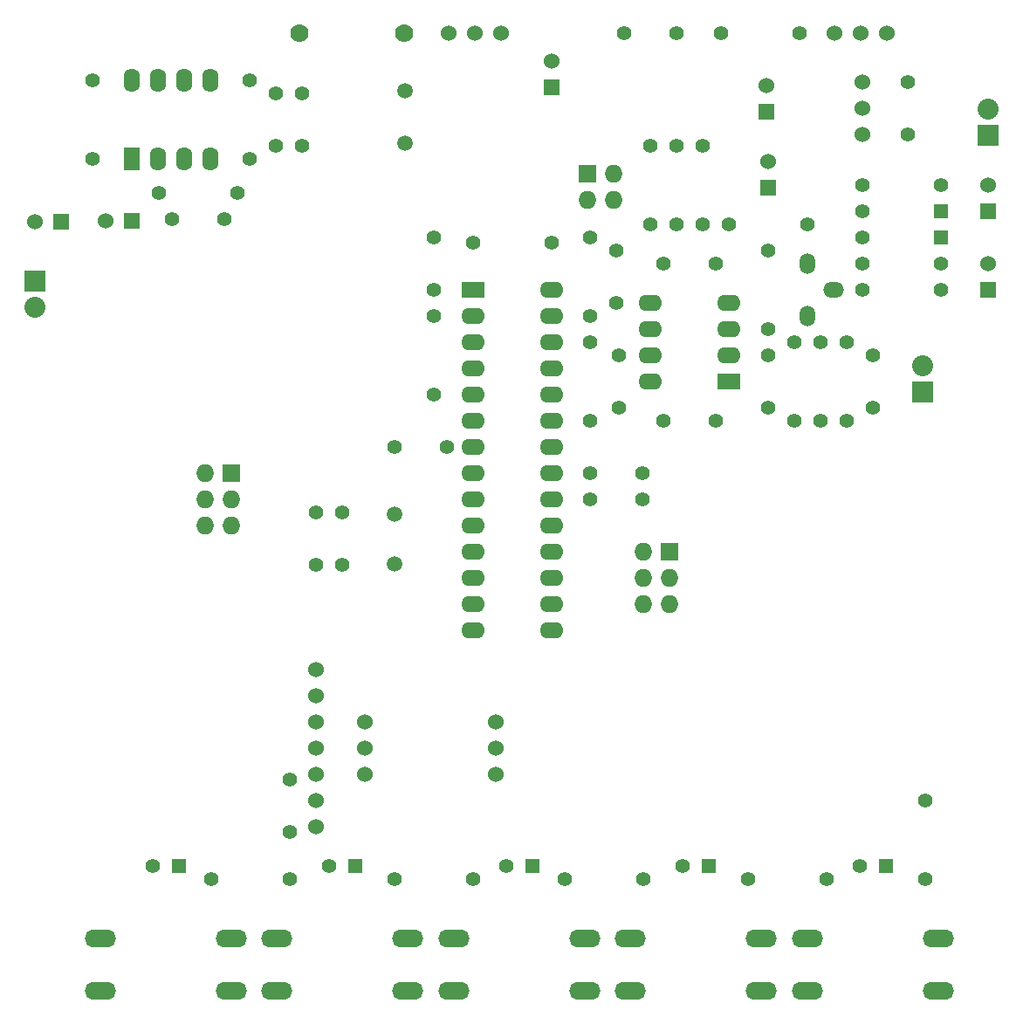
<source format=gbs>
%FSLAX34Y34*%
G04 Gerber Fmt 3.4, Leading zero omitted, Abs format*
G04 (created by PCBNEW (2014-03-19 BZR 4756)-product) date Sat 27 Dec 2014 10:23:05 GMT*
%MOIN*%
G01*
G70*
G90*
G04 APERTURE LIST*
%ADD10C,0.005906*%
%ADD11C,0.060000*%
%ADD12O,0.078700X0.059100*%
%ADD13O,0.059100X0.078700*%
%ADD14R,0.060000X0.060000*%
%ADD15R,0.055000X0.055000*%
%ADD16C,0.055000*%
%ADD17O,0.090000X0.062000*%
%ADD18R,0.090000X0.062000*%
%ADD19C,0.070000*%
%ADD20R,0.062000X0.090000*%
%ADD21O,0.062000X0.090000*%
%ADD22C,0.059100*%
%ADD23R,0.080000X0.080000*%
%ADD24O,0.080000X0.080000*%
%ADD25R,0.068000X0.068000*%
%ADD26O,0.068000X0.068000*%
%ADD27O,0.120000X0.068000*%
G04 APERTURE END LIST*
G54D10*
G54D11*
X51500Y-49000D03*
X51500Y-48000D03*
X51500Y-47000D03*
X51500Y-46000D03*
X51500Y-45000D03*
X51500Y-44000D03*
X51500Y-43000D03*
X72350Y-21550D03*
X72350Y-20550D03*
X72350Y-22550D03*
X72300Y-18700D03*
X73300Y-18700D03*
X71300Y-18700D03*
X57550Y-18700D03*
X56550Y-18700D03*
X58550Y-18700D03*
G54D12*
X71250Y-28500D03*
G54D13*
X70250Y-27500D03*
X70250Y-29500D03*
G54D14*
X68750Y-24600D03*
G54D11*
X68750Y-23600D03*
G54D14*
X77150Y-25500D03*
G54D11*
X77150Y-24500D03*
G54D14*
X44450Y-25850D03*
G54D11*
X43450Y-25850D03*
G54D14*
X77150Y-28500D03*
G54D11*
X77150Y-27500D03*
G54D14*
X41750Y-25900D03*
G54D11*
X40750Y-25900D03*
G54D14*
X60500Y-20750D03*
G54D11*
X60500Y-19750D03*
G54D14*
X68700Y-21700D03*
G54D11*
X68700Y-20700D03*
G54D15*
X75350Y-26500D03*
G54D16*
X72350Y-26500D03*
G54D15*
X75350Y-25500D03*
G54D16*
X72350Y-25500D03*
G54D15*
X46250Y-50500D03*
G54D16*
X45250Y-50500D03*
G54D15*
X73250Y-50500D03*
G54D16*
X72250Y-50500D03*
G54D15*
X66500Y-50500D03*
G54D16*
X65500Y-50500D03*
G54D17*
X57500Y-29500D03*
X57500Y-30500D03*
X57500Y-31500D03*
X57500Y-32500D03*
X57500Y-33500D03*
X57500Y-34500D03*
X57500Y-35500D03*
X57500Y-36500D03*
X57500Y-37500D03*
X57500Y-38500D03*
X57500Y-39500D03*
X57500Y-40500D03*
X57500Y-41500D03*
G54D18*
X57500Y-28500D03*
G54D17*
X60500Y-41500D03*
X60500Y-40500D03*
X60500Y-39500D03*
X60500Y-38500D03*
X60500Y-37500D03*
X60500Y-36500D03*
X60500Y-35500D03*
X60500Y-34500D03*
X60500Y-33500D03*
X60500Y-32500D03*
X60500Y-31500D03*
X60500Y-30500D03*
X60500Y-29500D03*
X60500Y-28500D03*
G54D19*
X54850Y-18700D03*
X50850Y-18700D03*
G54D20*
X44450Y-23500D03*
G54D21*
X45450Y-23500D03*
X46450Y-23500D03*
X47450Y-23500D03*
X47450Y-20500D03*
X46450Y-20500D03*
X45450Y-20500D03*
X44450Y-20500D03*
G54D18*
X67250Y-32000D03*
G54D17*
X67250Y-31000D03*
X67250Y-30000D03*
X67250Y-29000D03*
X64250Y-29000D03*
X64250Y-30000D03*
X64250Y-31000D03*
X64250Y-32000D03*
G54D22*
X54500Y-37039D03*
X54500Y-38961D03*
G54D15*
X53000Y-50500D03*
G54D16*
X52000Y-50500D03*
G54D23*
X74650Y-32400D03*
G54D24*
X74650Y-31400D03*
G54D23*
X40750Y-28150D03*
G54D24*
X40750Y-29150D03*
G54D23*
X77150Y-22600D03*
G54D24*
X77150Y-21600D03*
G54D25*
X65000Y-38500D03*
G54D26*
X64000Y-38500D03*
X65000Y-39500D03*
X64000Y-39500D03*
X65000Y-40500D03*
X64000Y-40500D03*
G54D16*
X56000Y-28500D03*
X56000Y-26500D03*
X50950Y-23000D03*
X50950Y-21000D03*
X46000Y-25800D03*
X48000Y-25800D03*
G54D22*
X54900Y-22900D03*
X54900Y-20900D03*
G54D16*
X49950Y-23000D03*
X49950Y-21000D03*
X66750Y-33500D03*
X64750Y-33500D03*
X68750Y-33000D03*
X68750Y-31000D03*
X64750Y-27500D03*
X66750Y-27500D03*
X63050Y-31000D03*
X63050Y-33000D03*
X62950Y-27000D03*
X62950Y-29000D03*
X65250Y-18700D03*
X63250Y-18700D03*
X74100Y-20550D03*
X74100Y-22550D03*
X56500Y-34500D03*
X54500Y-34500D03*
X61950Y-36500D03*
X63950Y-36500D03*
X61950Y-35500D03*
X63950Y-35500D03*
X52500Y-37000D03*
X51500Y-37000D03*
X52500Y-39000D03*
X51500Y-39000D03*
G54D15*
X59750Y-50500D03*
G54D16*
X58750Y-50500D03*
G54D11*
X53350Y-46000D03*
X58350Y-46000D03*
X53350Y-45000D03*
X58350Y-45000D03*
X53350Y-47000D03*
X58350Y-47000D03*
G54D16*
X72750Y-33000D03*
X72750Y-31000D03*
X61000Y-51000D03*
X64000Y-51000D03*
X68000Y-51000D03*
X71000Y-51000D03*
X74750Y-51000D03*
X74750Y-48000D03*
X54500Y-51000D03*
X57500Y-51000D03*
X57500Y-26700D03*
X60500Y-26700D03*
X69950Y-18700D03*
X66950Y-18700D03*
X61950Y-30500D03*
X61950Y-33500D03*
X61950Y-29500D03*
X61950Y-26500D03*
X64250Y-26000D03*
X64250Y-23000D03*
X65250Y-26000D03*
X65250Y-23000D03*
X70750Y-33500D03*
X70750Y-30500D03*
X69750Y-33500D03*
X69750Y-30500D03*
X48950Y-20500D03*
X48950Y-23500D03*
X71750Y-30500D03*
X71750Y-33500D03*
X42950Y-20500D03*
X42950Y-23500D03*
X75350Y-27500D03*
X72350Y-27500D03*
X47500Y-51000D03*
X50500Y-51000D03*
X72350Y-28500D03*
X75350Y-28500D03*
X68750Y-30000D03*
X68750Y-27000D03*
X45500Y-24800D03*
X48500Y-24800D03*
X72350Y-24500D03*
X75350Y-24500D03*
X67250Y-26000D03*
X70250Y-26000D03*
X56000Y-29500D03*
X56000Y-32500D03*
X66250Y-26000D03*
X66250Y-23000D03*
G54D27*
X55000Y-53250D03*
X55000Y-55250D03*
X50000Y-53250D03*
X50000Y-55250D03*
X75250Y-53250D03*
X75250Y-55250D03*
X70250Y-53250D03*
X70250Y-55250D03*
X68500Y-53250D03*
X68500Y-55250D03*
X63500Y-53250D03*
X63500Y-55250D03*
X48250Y-53250D03*
X48250Y-55250D03*
X43250Y-53250D03*
X43250Y-55250D03*
X61750Y-53250D03*
X61750Y-55250D03*
X56750Y-53250D03*
X56750Y-55250D03*
G54D25*
X48250Y-35500D03*
G54D26*
X47250Y-35500D03*
X48250Y-36500D03*
X47250Y-36500D03*
X48250Y-37500D03*
X47250Y-37500D03*
G54D25*
X61850Y-24050D03*
G54D26*
X61850Y-25050D03*
X62850Y-24050D03*
X62850Y-25050D03*
G54D16*
X50500Y-49200D03*
X50500Y-47200D03*
M02*

</source>
